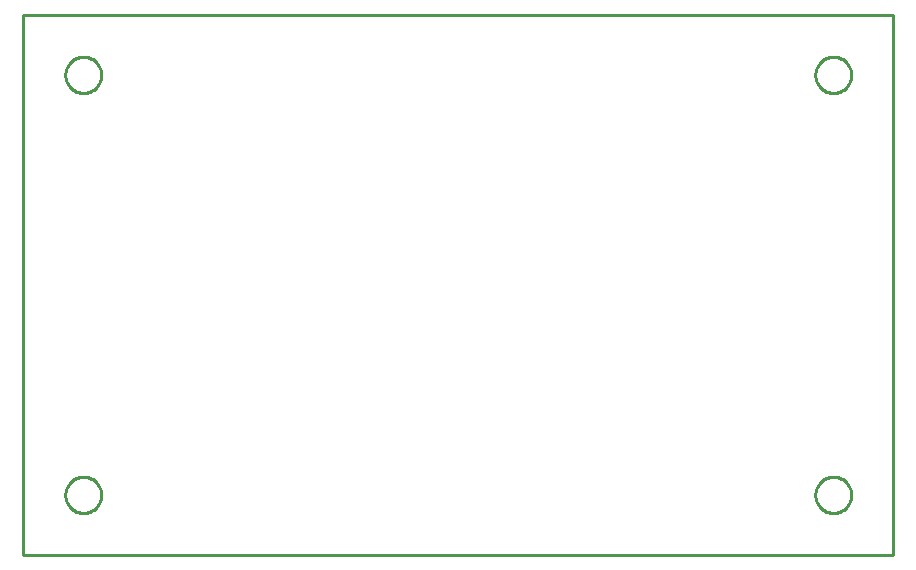
<source format=gbr>
G04 EAGLE Gerber RS-274X export*
G75*
%MOMM*%
%FSLAX34Y34*%
%LPD*%
%IN*%
%IPPOS*%
%AMOC8*
5,1,8,0,0,1.08239X$1,22.5*%
G01*
G04 Define Apertures*
%ADD10C,0.254000*%
D10*
X0Y0D02*
X736600Y0D01*
X736600Y457200D01*
X0Y457200D01*
X0Y0D01*
X701040Y405856D02*
X701040Y406944D01*
X700962Y408030D01*
X700807Y409108D01*
X700576Y410171D01*
X700269Y411216D01*
X699889Y412236D01*
X699437Y413226D01*
X698915Y414181D01*
X698326Y415097D01*
X697674Y415969D01*
X696961Y416791D01*
X696191Y417561D01*
X695369Y418274D01*
X694497Y418926D01*
X693581Y419515D01*
X692626Y420037D01*
X691636Y420489D01*
X690616Y420869D01*
X689571Y421176D01*
X688508Y421407D01*
X687430Y421562D01*
X686344Y421640D01*
X685256Y421640D01*
X684170Y421562D01*
X683092Y421407D01*
X682029Y421176D01*
X680984Y420869D01*
X679964Y420489D01*
X678974Y420037D01*
X678019Y419515D01*
X677103Y418926D01*
X676231Y418274D01*
X675409Y417561D01*
X674639Y416791D01*
X673926Y415969D01*
X673274Y415097D01*
X672685Y414181D01*
X672163Y413226D01*
X671711Y412236D01*
X671331Y411216D01*
X671024Y410171D01*
X670793Y409108D01*
X670638Y408030D01*
X670560Y406944D01*
X670560Y405856D01*
X670638Y404770D01*
X670793Y403692D01*
X671024Y402629D01*
X671331Y401584D01*
X671711Y400564D01*
X672163Y399574D01*
X672685Y398619D01*
X673274Y397703D01*
X673926Y396831D01*
X674639Y396009D01*
X675409Y395239D01*
X676231Y394526D01*
X677103Y393874D01*
X678019Y393285D01*
X678974Y392763D01*
X679964Y392311D01*
X680984Y391931D01*
X682029Y391624D01*
X683092Y391393D01*
X684170Y391238D01*
X685256Y391160D01*
X686344Y391160D01*
X687430Y391238D01*
X688508Y391393D01*
X689571Y391624D01*
X690616Y391931D01*
X691636Y392311D01*
X692626Y392763D01*
X693581Y393285D01*
X694497Y393874D01*
X695369Y394526D01*
X696191Y395239D01*
X696961Y396009D01*
X697674Y396831D01*
X698326Y397703D01*
X698915Y398619D01*
X699437Y399574D01*
X699889Y400564D01*
X700269Y401584D01*
X700576Y402629D01*
X700807Y403692D01*
X700962Y404770D01*
X701040Y405856D01*
X701040Y50256D02*
X701040Y51344D01*
X700962Y52430D01*
X700807Y53508D01*
X700576Y54571D01*
X700269Y55616D01*
X699889Y56636D01*
X699437Y57626D01*
X698915Y58581D01*
X698326Y59497D01*
X697674Y60369D01*
X696961Y61191D01*
X696191Y61961D01*
X695369Y62674D01*
X694497Y63326D01*
X693581Y63915D01*
X692626Y64437D01*
X691636Y64889D01*
X690616Y65269D01*
X689571Y65576D01*
X688508Y65807D01*
X687430Y65962D01*
X686344Y66040D01*
X685256Y66040D01*
X684170Y65962D01*
X683092Y65807D01*
X682029Y65576D01*
X680984Y65269D01*
X679964Y64889D01*
X678974Y64437D01*
X678019Y63915D01*
X677103Y63326D01*
X676231Y62674D01*
X675409Y61961D01*
X674639Y61191D01*
X673926Y60369D01*
X673274Y59497D01*
X672685Y58581D01*
X672163Y57626D01*
X671711Y56636D01*
X671331Y55616D01*
X671024Y54571D01*
X670793Y53508D01*
X670638Y52430D01*
X670560Y51344D01*
X670560Y50256D01*
X670638Y49170D01*
X670793Y48092D01*
X671024Y47029D01*
X671331Y45984D01*
X671711Y44964D01*
X672163Y43974D01*
X672685Y43019D01*
X673274Y42103D01*
X673926Y41231D01*
X674639Y40409D01*
X675409Y39639D01*
X676231Y38926D01*
X677103Y38274D01*
X678019Y37685D01*
X678974Y37163D01*
X679964Y36711D01*
X680984Y36331D01*
X682029Y36024D01*
X683092Y35793D01*
X684170Y35638D01*
X685256Y35560D01*
X686344Y35560D01*
X687430Y35638D01*
X688508Y35793D01*
X689571Y36024D01*
X690616Y36331D01*
X691636Y36711D01*
X692626Y37163D01*
X693581Y37685D01*
X694497Y38274D01*
X695369Y38926D01*
X696191Y39639D01*
X696961Y40409D01*
X697674Y41231D01*
X698326Y42103D01*
X698915Y43019D01*
X699437Y43974D01*
X699889Y44964D01*
X700269Y45984D01*
X700576Y47029D01*
X700807Y48092D01*
X700962Y49170D01*
X701040Y50256D01*
X66040Y50256D02*
X66040Y51344D01*
X65962Y52430D01*
X65807Y53508D01*
X65576Y54571D01*
X65269Y55616D01*
X64889Y56636D01*
X64437Y57626D01*
X63915Y58581D01*
X63326Y59497D01*
X62674Y60369D01*
X61961Y61191D01*
X61191Y61961D01*
X60369Y62674D01*
X59497Y63326D01*
X58581Y63915D01*
X57626Y64437D01*
X56636Y64889D01*
X55616Y65269D01*
X54571Y65576D01*
X53508Y65807D01*
X52430Y65962D01*
X51344Y66040D01*
X50256Y66040D01*
X49170Y65962D01*
X48092Y65807D01*
X47029Y65576D01*
X45984Y65269D01*
X44964Y64889D01*
X43974Y64437D01*
X43019Y63915D01*
X42103Y63326D01*
X41231Y62674D01*
X40409Y61961D01*
X39639Y61191D01*
X38926Y60369D01*
X38274Y59497D01*
X37685Y58581D01*
X37163Y57626D01*
X36711Y56636D01*
X36331Y55616D01*
X36024Y54571D01*
X35793Y53508D01*
X35638Y52430D01*
X35560Y51344D01*
X35560Y50256D01*
X35638Y49170D01*
X35793Y48092D01*
X36024Y47029D01*
X36331Y45984D01*
X36711Y44964D01*
X37163Y43974D01*
X37685Y43019D01*
X38274Y42103D01*
X38926Y41231D01*
X39639Y40409D01*
X40409Y39639D01*
X41231Y38926D01*
X42103Y38274D01*
X43019Y37685D01*
X43974Y37163D01*
X44964Y36711D01*
X45984Y36331D01*
X47029Y36024D01*
X48092Y35793D01*
X49170Y35638D01*
X50256Y35560D01*
X51344Y35560D01*
X52430Y35638D01*
X53508Y35793D01*
X54571Y36024D01*
X55616Y36331D01*
X56636Y36711D01*
X57626Y37163D01*
X58581Y37685D01*
X59497Y38274D01*
X60369Y38926D01*
X61191Y39639D01*
X61961Y40409D01*
X62674Y41231D01*
X63326Y42103D01*
X63915Y43019D01*
X64437Y43974D01*
X64889Y44964D01*
X65269Y45984D01*
X65576Y47029D01*
X65807Y48092D01*
X65962Y49170D01*
X66040Y50256D01*
X66040Y405856D02*
X66040Y406944D01*
X65962Y408030D01*
X65807Y409108D01*
X65576Y410171D01*
X65269Y411216D01*
X64889Y412236D01*
X64437Y413226D01*
X63915Y414181D01*
X63326Y415097D01*
X62674Y415969D01*
X61961Y416791D01*
X61191Y417561D01*
X60369Y418274D01*
X59497Y418926D01*
X58581Y419515D01*
X57626Y420037D01*
X56636Y420489D01*
X55616Y420869D01*
X54571Y421176D01*
X53508Y421407D01*
X52430Y421562D01*
X51344Y421640D01*
X50256Y421640D01*
X49170Y421562D01*
X48092Y421407D01*
X47029Y421176D01*
X45984Y420869D01*
X44964Y420489D01*
X43974Y420037D01*
X43019Y419515D01*
X42103Y418926D01*
X41231Y418274D01*
X40409Y417561D01*
X39639Y416791D01*
X38926Y415969D01*
X38274Y415097D01*
X37685Y414181D01*
X37163Y413226D01*
X36711Y412236D01*
X36331Y411216D01*
X36024Y410171D01*
X35793Y409108D01*
X35638Y408030D01*
X35560Y406944D01*
X35560Y405856D01*
X35638Y404770D01*
X35793Y403692D01*
X36024Y402629D01*
X36331Y401584D01*
X36711Y400564D01*
X37163Y399574D01*
X37685Y398619D01*
X38274Y397703D01*
X38926Y396831D01*
X39639Y396009D01*
X40409Y395239D01*
X41231Y394526D01*
X42103Y393874D01*
X43019Y393285D01*
X43974Y392763D01*
X44964Y392311D01*
X45984Y391931D01*
X47029Y391624D01*
X48092Y391393D01*
X49170Y391238D01*
X50256Y391160D01*
X51344Y391160D01*
X52430Y391238D01*
X53508Y391393D01*
X54571Y391624D01*
X55616Y391931D01*
X56636Y392311D01*
X57626Y392763D01*
X58581Y393285D01*
X59497Y393874D01*
X60369Y394526D01*
X61191Y395239D01*
X61961Y396009D01*
X62674Y396831D01*
X63326Y397703D01*
X63915Y398619D01*
X64437Y399574D01*
X64889Y400564D01*
X65269Y401584D01*
X65576Y402629D01*
X65807Y403692D01*
X65962Y404770D01*
X66040Y405856D01*
M02*

</source>
